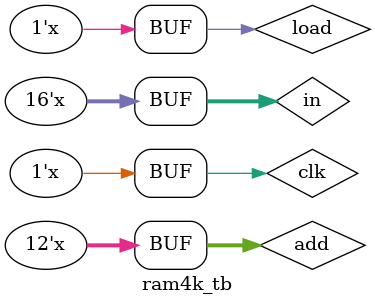
<source format=v>
`include "Hadif_B190513CS_Q07.v"

module ram4k_tb;

wire [15:0] o;
reg [15:0] in;
reg [11:0] add;
reg load, clk;

ram4k r1(o, in, add, load, clk);

initial
begin
  clk=0;
  in=0;
  load=0;
  add=0;
  $dumpfile("dff.vcd");
  $dumpvars(0, r1);
  $display("clk  load     add    in    out");
  $monitor("  %b     %b       %d %d  %d", clk, load, add, in, o);
end

always #5 in = in+123;
always #3 clk = ~clk;
always #7 load = ~load;
always #13 add = add+1;

endmodule
</source>
